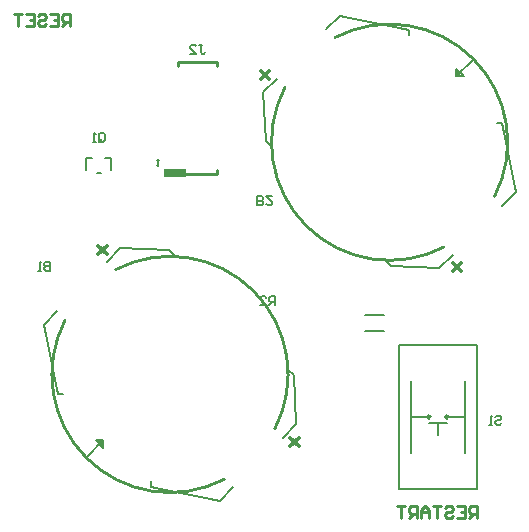
<source format=gbo>
G04*
G04 #@! TF.GenerationSoftware,Altium Limited,Altium Designer,18.1.9 (240)*
G04*
G04 Layer_Color=32896*
%FSLAX24Y24*%
%MOIN*%
G70*
G01*
G75*
%ADD10C,0.0100*%
%ADD12C,0.0070*%
%ADD15C,0.0060*%
%ADD40C,0.0118*%
%ADD41C,0.0059*%
%ADD42R,0.0778X0.0276*%
D10*
X7159Y2065D02*
G03*
X1849Y7366I-3499J1805D01*
G01*
X167Y5685D02*
G03*
X5476Y377I3493J-1815D01*
G01*
X5015Y-5280D02*
G03*
X5015Y-5280I-50J0D01*
G01*
X5615D02*
G03*
X5615Y-5280I-50J0D01*
G01*
X-167Y-5685D02*
G03*
X-5476Y-377I-3493J1815D01*
G01*
X-7159Y-2065D02*
G03*
X-1849Y-7366I3499J-1805D01*
G01*
X-2078Y2802D02*
X-2078Y2928D01*
X-3377Y2802D02*
Y2928D01*
X-2078Y6538D02*
X-2078Y6412D01*
X-3377Y6412D02*
X-3377Y6538D01*
X-2078Y6538D01*
X-3377Y2802D02*
X-2078D01*
X6580Y-8650D02*
Y-8250D01*
X6380D01*
X6313Y-8317D01*
Y-8450D01*
X6380Y-8517D01*
X6580D01*
X6447D02*
X6313Y-8650D01*
X5914Y-8250D02*
X6180D01*
Y-8650D01*
X5914D01*
X6180Y-8450D02*
X6047D01*
X5514Y-8317D02*
X5580Y-8250D01*
X5714D01*
X5780Y-8317D01*
Y-8383D01*
X5714Y-8450D01*
X5580D01*
X5514Y-8517D01*
Y-8583D01*
X5580Y-8650D01*
X5714D01*
X5780Y-8583D01*
X5380Y-8250D02*
X5114D01*
X5247D01*
Y-8650D01*
X4981D02*
Y-8383D01*
X4847Y-8250D01*
X4714Y-8383D01*
Y-8650D01*
Y-8450D01*
X4981D01*
X4581Y-8650D02*
Y-8250D01*
X4381D01*
X4314Y-8317D01*
Y-8450D01*
X4381Y-8517D01*
X4581D01*
X4447D02*
X4314Y-8650D01*
X4181Y-8250D02*
X3914D01*
X4047D01*
Y-8650D01*
X-6990Y7740D02*
Y8140D01*
X-7190D01*
X-7257Y8073D01*
Y7940D01*
X-7190Y7873D01*
X-6990D01*
X-7123D02*
X-7257Y7740D01*
X-7656Y8140D02*
X-7390D01*
Y7740D01*
X-7656D01*
X-7390Y7940D02*
X-7523D01*
X-8056Y8073D02*
X-7990Y8140D01*
X-7856D01*
X-7790Y8073D01*
Y8007D01*
X-7856Y7940D01*
X-7990D01*
X-8056Y7873D01*
Y7807D01*
X-7990Y7740D01*
X-7856D01*
X-7790Y7807D01*
X-8456Y8140D02*
X-8190D01*
Y7740D01*
X-8456D01*
X-8190Y7940D02*
X-8323D01*
X-8589Y8140D02*
X-8856D01*
X-8723D01*
Y7740D01*
D12*
X3496Y-66D02*
X3695Y-265D01*
X-475Y3905D02*
X-276Y3706D01*
X4296Y7438D02*
Y7618D01*
X7228Y4506D02*
X7408D01*
X-548Y5531D02*
X-99Y5980D01*
X1550Y7629D02*
X1999Y8078D01*
X7419Y1760D02*
X7868Y2209D01*
X5321Y-338D02*
X5770Y111D01*
X7408Y4506D02*
X7868Y2209D01*
X1999Y8078D02*
X4296Y7618D01*
X3695Y-265D02*
X5321Y-338D01*
X-548Y5531D02*
X-475Y3905D01*
X5880Y6062D02*
X6435Y6617D01*
X5880Y6062D02*
Y6313D01*
Y6062D02*
X6131D01*
X5880Y6313D02*
X6131Y6062D01*
X5880Y6217D02*
X6007Y6090D01*
X6019D01*
X-6447Y3330D02*
X-6447Y2956D01*
X-6447Y3330D02*
X-6251Y3330D01*
X-5818Y3330D02*
X-5621D01*
X-6093Y2838D02*
X-5975Y2838D01*
X-5621Y3330D02*
X-5621Y2956D01*
X2845Y-1904D02*
X3475D01*
X2845Y-2416D02*
X3475D01*
X3965Y-2880D02*
X6565Y-2880D01*
Y-7680D02*
Y-2880D01*
X3965Y-7680D02*
X6565D01*
X3965Y-2880D02*
X3965Y-7680D01*
X4365Y-6480D02*
Y-4080D01*
X6165Y-6480D02*
Y-4080D01*
X5565Y-5280D02*
X6165D01*
X4365D02*
X4965D01*
X4965Y-5480D02*
X5565D01*
X5265D02*
X5265Y-5880D01*
X-6019Y-6090D02*
X-6007D01*
X-5880Y-6217D01*
X-6131Y-6062D02*
X-5880Y-6313D01*
X-6131Y-6062D02*
X-5880D01*
Y-6313D02*
Y-6062D01*
X-6435Y-6617D02*
X-5880Y-6062D01*
X475Y-3905D02*
X548Y-5531D01*
X-5321Y338D02*
X-3695Y265D01*
X-4296Y-7618D02*
X-1999Y-8078D01*
X-7868Y-2209D02*
X-7408Y-4506D01*
X-5770Y-111D02*
X-5321Y338D01*
X-7868Y-2209D02*
X-7419Y-1760D01*
X-1999Y-8078D02*
X-1550Y-7629D01*
X99Y-5980D02*
X548Y-5531D01*
X-7408Y-4506D02*
X-7228D01*
X-4296Y-7618D02*
Y-7438D01*
X276Y-3706D02*
X475Y-3905D01*
X-3695Y265D02*
X-3496Y66D01*
D15*
X7180Y-5300D02*
X7230Y-5250D01*
X7330D01*
X7380Y-5300D01*
Y-5350D01*
X7330Y-5400D01*
X7230D01*
X7180Y-5450D01*
Y-5500D01*
X7230Y-5550D01*
X7330D01*
X7380Y-5500D01*
X7080Y-5550D02*
X6980D01*
X7030D01*
Y-5250D01*
X7080Y-5300D01*
X-155Y-1565D02*
Y-1265D01*
X-305D01*
X-355Y-1315D01*
Y-1415D01*
X-305Y-1465D01*
X-155D01*
X-255D02*
X-355Y-1565D01*
X-655D02*
X-455D01*
X-655Y-1365D01*
Y-1315D01*
X-605Y-1265D01*
X-505D01*
X-455Y-1315D01*
X-6030Y3940D02*
Y4140D01*
X-5980Y4190D01*
X-5880D01*
X-5830Y4140D01*
Y3940D01*
X-5880Y3890D01*
X-5980D01*
X-5930Y3990D02*
X-6030Y3890D01*
X-5980D02*
X-6030Y3940D01*
X-6130Y3890D02*
X-6230D01*
X-6180D01*
Y4190D01*
X-6130Y4140D01*
X-2690Y7120D02*
X-2590D01*
X-2640D01*
Y6870D01*
X-2590Y6820D01*
X-2540D01*
X-2490Y6870D01*
X-2990Y6820D02*
X-2790D01*
X-2990Y7020D01*
Y7070D01*
X-2940Y7120D01*
X-2840D01*
X-2790Y7070D01*
X-750Y1765D02*
Y2065D01*
X-600D01*
X-550Y2015D01*
Y1965D01*
X-600Y1915D01*
X-750D01*
X-600D01*
X-550Y1865D01*
Y1815D01*
X-600Y1765D01*
X-750D01*
X-250Y2065D02*
X-450D01*
X-250Y1865D01*
Y1815D01*
X-300Y1765D01*
X-400D01*
X-450Y1815D01*
X-7650Y-110D02*
Y-410D01*
X-7800D01*
X-7850Y-360D01*
Y-310D01*
X-7800Y-260D01*
X-7650D01*
X-7800D01*
X-7850Y-210D01*
Y-160D01*
X-7800Y-110D01*
X-7650D01*
X-7950Y-410D02*
X-8050D01*
X-8000D01*
Y-110D01*
X-7950Y-160D01*
D40*
X5769Y-424D02*
X6047Y-146D01*
X5769D02*
X6047Y-424D01*
X-631Y6254D02*
X-353Y5976D01*
X-631Y5976D02*
X-353Y6254D01*
X353Y-6254D02*
X631Y-5976D01*
X353Y-5976D02*
X631Y-6254D01*
X-6047Y424D02*
X-5769Y146D01*
X-6047D02*
X-5769Y424D01*
D41*
X-4096Y3272D02*
X-4030D01*
X-4063D01*
Y3076D01*
X-4096Y3108D01*
D42*
X-3500Y2839D02*
D03*
M02*

</source>
